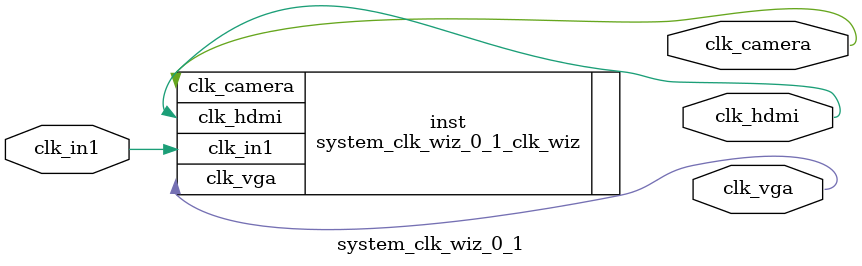
<source format=v>


`timescale 1ps/1ps

(* CORE_GENERATION_INFO = "system_clk_wiz_0_1,clk_wiz_v6_0_6_0_0,{component_name=system_clk_wiz_0_1,use_phase_alignment=true,use_min_o_jitter=false,use_max_i_jitter=false,use_dyn_phase_shift=false,use_inclk_switchover=false,use_dyn_reconfig=false,enable_axi=0,feedback_source=FDBK_AUTO,PRIMITIVE=MMCM,num_out_clk=3,clkin1_period=8.000,clkin2_period=10.000,use_power_down=false,use_reset=false,use_locked=false,use_inclk_stopped=false,feedback_type=SINGLE,CLOCK_MGR_TYPE=NA,manual_override=false}" *)

module system_clk_wiz_0_1 
 (
  // Clock out ports
  output        clk_vga,
  output        clk_hdmi,
  output        clk_camera,
 // Clock in ports
  input         clk_in1
 );

  system_clk_wiz_0_1_clk_wiz inst
  (
  // Clock out ports  
  .clk_vga(clk_vga),
  .clk_hdmi(clk_hdmi),
  .clk_camera(clk_camera),
 // Clock in ports
  .clk_in1(clk_in1)
  );

endmodule

</source>
